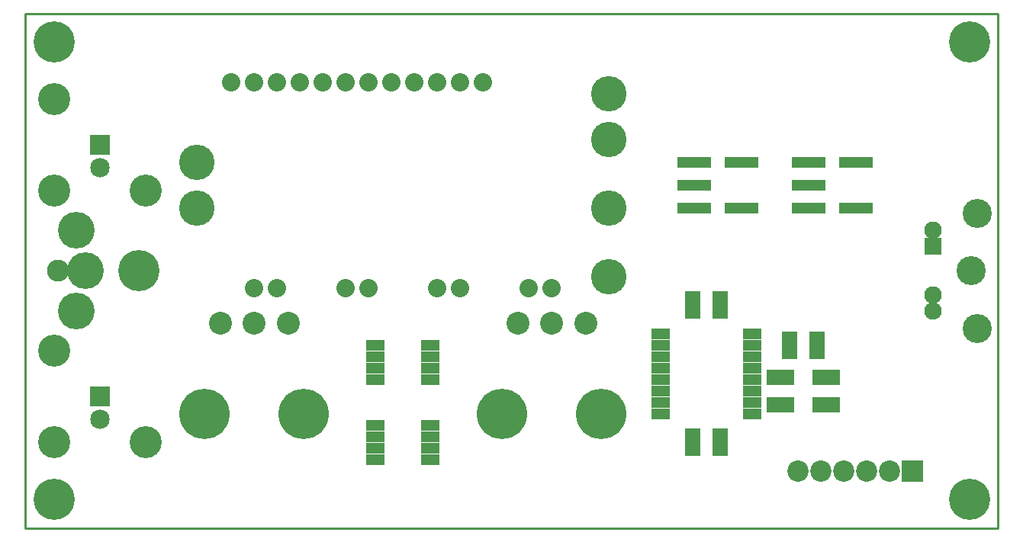
<source format=gts>
G04 (created by PCBNEW-RS274X (2011-05-25)-stable) date Wed 30 Oct 2013 02:01:52 PM EDT*
G01*
G70*
G90*
%MOIN*%
G04 Gerber Fmt 3.4, Leading zero omitted, Abs format*
%FSLAX34Y34*%
G04 APERTURE LIST*
%ADD10C,0.006000*%
%ADD11C,0.009000*%
%ADD12C,0.127000*%
%ADD13C,0.076000*%
%ADD14R,0.076000X0.076000*%
%ADD15C,0.180000*%
%ADD16C,0.080000*%
%ADD17R,0.080000X0.045000*%
%ADD18R,0.070000X0.120000*%
%ADD19R,0.120000X0.070000*%
%ADD20C,0.220000*%
%ADD21C,0.100000*%
%ADD22C,0.096000*%
%ADD23C,0.160000*%
%ADD24C,0.140000*%
%ADD25R,0.085000X0.085000*%
%ADD26C,0.085000*%
%ADD27C,0.155000*%
%ADD28R,0.145000X0.050000*%
%ADD29C,0.093000*%
%ADD30R,0.093000X0.093000*%
G04 APERTURE END LIST*
G54D10*
G54D11*
X29500Y-30500D02*
X29500Y-53000D01*
X72000Y-30500D02*
X29500Y-30500D01*
X72000Y-53000D02*
X72000Y-30500D01*
X29500Y-53000D02*
X72000Y-53000D01*
G54D12*
X71090Y-44270D03*
X71090Y-39230D03*
G54D13*
X69170Y-43520D03*
X69170Y-39980D03*
X69170Y-42815D03*
G54D14*
X69170Y-40685D03*
G54D12*
X70820Y-41750D03*
G54D15*
X30750Y-51750D03*
X70750Y-31750D03*
X30750Y-31750D03*
X70750Y-51750D03*
G54D16*
X44500Y-42500D03*
X43500Y-42500D03*
X40500Y-42500D03*
X39500Y-42500D03*
X47500Y-42500D03*
X48500Y-42500D03*
X51500Y-42500D03*
X52500Y-42500D03*
X38500Y-33500D03*
X39500Y-33500D03*
X40500Y-33500D03*
X41500Y-33500D03*
X42500Y-33500D03*
X43500Y-33500D03*
X44500Y-33500D03*
X45500Y-33500D03*
X46500Y-33500D03*
X47500Y-33500D03*
X48500Y-33500D03*
X49500Y-33500D03*
G54D17*
X57250Y-44500D03*
X57250Y-45000D03*
X57250Y-45500D03*
X57250Y-46000D03*
X57250Y-46500D03*
X57250Y-47000D03*
X57250Y-47500D03*
X57250Y-48000D03*
X61250Y-48000D03*
X61250Y-47500D03*
X61250Y-47000D03*
X61250Y-46500D03*
X61250Y-46000D03*
X61250Y-45500D03*
X61250Y-45000D03*
X61250Y-44500D03*
G54D18*
X59850Y-43250D03*
X58650Y-43250D03*
X64100Y-45000D03*
X62900Y-45000D03*
X59850Y-49250D03*
X58650Y-49250D03*
G54D19*
X64500Y-47600D03*
X64500Y-46400D03*
X62500Y-47600D03*
X62500Y-46400D03*
G54D20*
X41670Y-48000D03*
X37330Y-48000D03*
G54D21*
X39500Y-44060D03*
X40980Y-44060D03*
X38020Y-44060D03*
G54D20*
X54670Y-48000D03*
X50330Y-48000D03*
G54D21*
X52500Y-44060D03*
X53980Y-44060D03*
X51020Y-44060D03*
G54D22*
X30930Y-41750D03*
G54D23*
X32110Y-41750D03*
G54D15*
X34470Y-41750D03*
G54D23*
X31720Y-39980D03*
X31720Y-43520D03*
G54D24*
X30750Y-38250D03*
X30750Y-34250D03*
G54D25*
X32750Y-36250D03*
G54D26*
X32750Y-37250D03*
G54D24*
X34750Y-38250D03*
X30750Y-49250D03*
X30750Y-45250D03*
G54D25*
X32750Y-47250D03*
G54D26*
X32750Y-48250D03*
G54D24*
X34750Y-49250D03*
G54D27*
X37000Y-39000D03*
X37000Y-37000D03*
X55000Y-34000D03*
X55000Y-36000D03*
X55000Y-39000D03*
X55000Y-42000D03*
G54D17*
X44800Y-45000D03*
X44800Y-45500D03*
X44800Y-46000D03*
X44800Y-46500D03*
X47200Y-46500D03*
X47200Y-46000D03*
X47200Y-45500D03*
X47200Y-45000D03*
X44800Y-48500D03*
X44800Y-49000D03*
X44800Y-49500D03*
X44800Y-50000D03*
X47200Y-50000D03*
X47200Y-49500D03*
X47200Y-49000D03*
X47200Y-48500D03*
G54D28*
X63720Y-39000D03*
X63720Y-38000D03*
X63720Y-37000D03*
X65780Y-39000D03*
X65780Y-37000D03*
X58720Y-39000D03*
X58720Y-38000D03*
X58720Y-37000D03*
X60780Y-39000D03*
X60780Y-37000D03*
G54D29*
X67250Y-50500D03*
X66250Y-50500D03*
G54D30*
X68250Y-50500D03*
G54D29*
X65250Y-50500D03*
X64250Y-50500D03*
X63250Y-50500D03*
M02*

</source>
